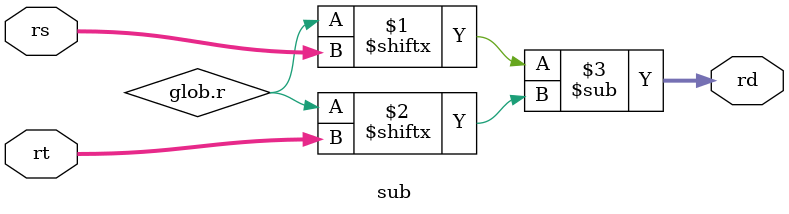
<source format=v>
module sub(
	rs, rt, rd
);

input [4:0] rs, rt;
output [31:0] rd;

assign rd = glob.r[rs] - glob.r[rt];

endmodule

</source>
